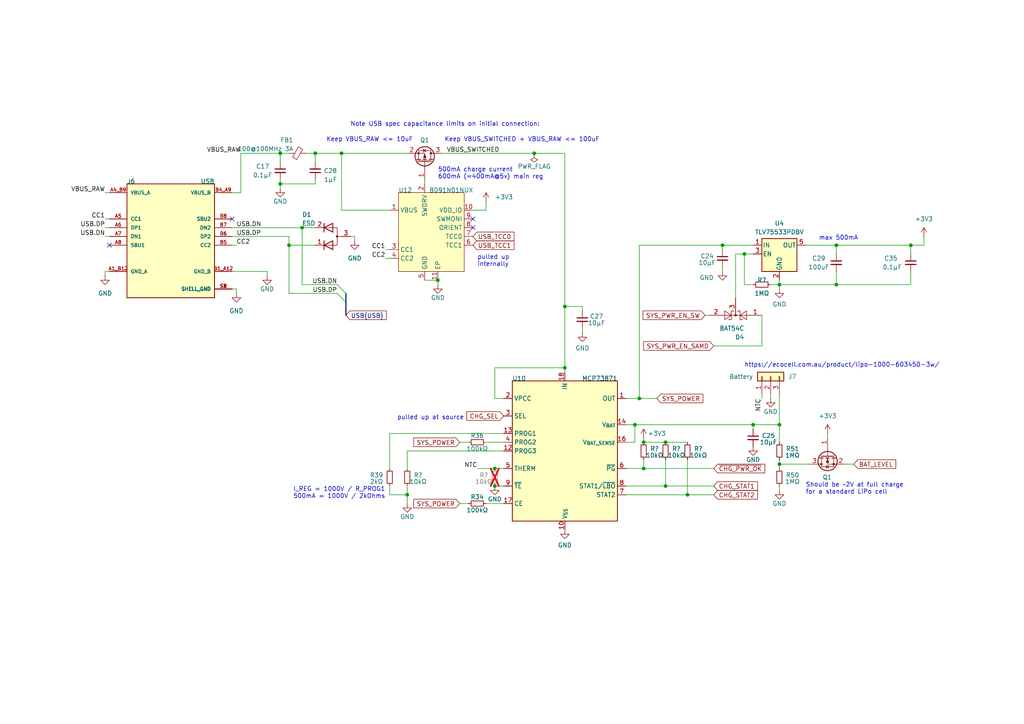
<source format=kicad_sch>
(kicad_sch (version 20230121) (generator eeschema)
  (paper "A4")
  (title_block (title "TANGARA") (date "2023-05-30") (rev "4") (company "made by jacqueline") (comment 1 "SPDX-License-Identifier: CERN-OHL-S-2.0"))
  (lib_symbols
    (symbol "Battery_Management:MCP73871"
      (property "Reference" "U" (at -7.62 24.13 0))
      (property "Value" "MCP73871" (at -15.24 21.59 0))
      (symbol "MCP73871_0_1"
        (rectangle (start -15.24 20.32) (end 15.24 -20.32) (stroke (width 0.254)) (fill (type background)))
      )
      (symbol "MCP73871_1_1"
        (pin power_out line (at 17.78 15.24 180) (length 2.54) (name "OUT") (number "1"))
        (pin power_in line (at 0 -22.86 90) (length 2.54) (name "V_{SS}") (number "10"))
        (pin passive line (at 0 -22.86 90) (length 2.54) hide (name "V_{SS}") (number "11"))
        (pin bidirectional line (at -17.78 0 0) (length 2.54) (name "PROG3") (number "12"))
        (pin bidirectional line (at -17.78 5.08 0) (length 2.54) (name "PROG1") (number "13"))
        (pin power_out line (at 17.78 7.62 180) (length 2.54) (name "V_{BAT}") (number "14"))
        (pin passive line (at 17.78 7.62 180) (length 2.54) hide (name "V_{BAT}") (number "15"))
        (pin input line (at 17.78 2.54 180) (length 2.54) (name "V_{BAT_SENSE}") (number "16"))
        (pin input line (at -17.78 -15.24 0) (length 2.54) (name "CE") (number "17"))
        (pin power_in line (at 0 22.86 270) (length 2.54) (name "IN") (number "18"))
        (pin passive line (at 0 22.86 270) (length 2.54) hide (name "IN") (number "19"))
        (pin input line (at -17.78 15.24 0) (length 2.54) (name "VPCC") (number "2"))
        (pin passive line (at 17.78 15.24 180) (length 2.54) hide (name "OUT") (number "20"))
        (pin passive line (at 0 -22.86 90) (length 2.54) hide (name "V_{SS}") (number "21"))
        (pin input line (at -17.78 10.16 0) (length 2.54) (name "SEL") (number "3"))
        (pin input line (at -17.78 2.54 0) (length 2.54) (name "PROG2") (number "4"))
        (pin bidirectional line (at -17.78 -5.08 0) (length 2.54) (name "THERM") (number "5"))
        (pin open_collector line (at 17.78 -5.08 180) (length 2.54) (name "~{PG}") (number "6"))
        (pin open_collector line (at 17.78 -12.7 180) (length 2.54) (name "STAT2") (number "7"))
        (pin open_collector line (at 17.78 -10.16 180) (length 2.54) (name "STAT1/~{LBO}") (number "8"))
        (pin input line (at -17.78 -10.16 0) (length 2.54) (name "~{TE}") (number "9"))
      )
    )
    (symbol "Connector_Generic:Conn_01x03" (pin_names (offset 1.016) hide)
      (property "Reference" "J" (at 0 5.08 0))
      (property "Value" "Conn_01x03" (at 0 -5.08 0))
      (symbol "Conn_01x03_1_1"
        (rectangle (start -1.27 -2.413) (end 0 -2.667) (stroke (width 0.1524)))
        (rectangle (start -1.27 0.127) (end 0 -0.127) (stroke (width 0.1524)))
        (rectangle (start -1.27 2.667) (end 0 2.413) (stroke (width 0.1524)))
        (rectangle (start -1.27 3.81) (end 1.27 -3.81) (stroke (width 0.254)) (fill (type background)))
        (pin passive line (at -5.08 2.54 0) (length 3.81) (name "Pin_1") (number "1"))
        (pin passive line (at -5.08 0 0) (length 3.81) (name "Pin_2") (number "2"))
        (pin passive line (at -5.08 -2.54 0) (length 3.81) (name "Pin_3") (number "3"))
      )
    )
    (symbol "Device:C_Small" (pin_numbers hide) (pin_names (offset 0.254) hide)
      (property "Reference" "C" (at 0.254 1.778 0))
      (property "Value" "C_Small" (at 0.254 -2.032 0))
      (symbol "C_Small_0_1"
        (polyline (pts (xy -1.524 -0.508) (xy 1.524 -0.508)) (stroke (width 0.3302)))
        (polyline (pts (xy -1.524 0.508) (xy 1.524 0.508)) (stroke (width 0.3048)))
      )
      (symbol "C_Small_1_1"
        (pin passive line (at 0 2.54 270) (length 2.032) (name "~") (number "1"))
        (pin passive line (at 0 -2.54 90) (length 2.032) (name "~") (number "2"))
      )
    )
    (symbol "Device:D_Dual_CommonAnode_KKA_Parallel" (pin_names (offset 0.762) hide)
      (property "Reference" "D" (at 0 5.08 0))
      (property "Value" "D_Dual_CommonAnode_KKA_Parallel" (at 0 -5.08 0))
      (symbol "D_Dual_CommonAnode_KKA_Parallel_0_0"
        (polyline (pts (xy 2.54 -3.81) (xy 2.54 -1.27)) (stroke (width 0.254)))
        (polyline (pts (xy 2.54 1.27) (xy 2.54 3.81)) (stroke (width 0.254)))
      )
      (symbol "D_Dual_CommonAnode_KKA_Parallel_0_1"
        (circle (center -1.27 0) (radius 0.254) (fill (type outline)))
        (polyline (pts (xy -1.27 0) (xy -2.54 0)))
        (polyline (pts (xy 2.54 2.54) (xy -1.27 2.54) (xy -1.27 -2.54) (xy 2.54 -2.54)))
        (polyline (pts (xy 0 -1.27) (xy 2.54 -2.54) (xy 0 -3.81) (xy 0 -1.27) (xy 0 -1.27) (xy 0 -1.27)) (stroke (width 0.254)))
        (polyline (pts (xy 0 3.81) (xy 2.54 2.54) (xy 0 1.27) (xy 0 3.81) (xy 0 3.81) (xy 0 3.81)) (stroke (width 0.254)))
        (pin passive line (at 5.08 2.54 180) (length 2.54) (name "K") (number "1"))
        (pin passive line (at 5.08 -2.54 180) (length 2.54) (name "K") (number "2"))
        (pin passive line (at -5.08 0 0) (length 2.54) (name "A") (number "3"))
      )
    )
    (symbol "Device:Ferrite_Bead_Small" (pin_numbers hide) (pin_names (offset 0))
      (property "Reference" "FB" (at 1.905 1.27 0))
      (property "Value" "Device_Ferrite_Bead_Small" (at 1.905 -1.27 0))
      (symbol "Ferrite_Bead_Small_0_1"
        (polyline (pts (xy 0 -1.27) (xy 0 -0.7874)))
        (polyline (pts (xy 0 0.889) (xy 0 1.2954)))
        (polyline (pts (xy -1.8288 0.2794) (xy -1.1176 1.4986) (xy 1.8288 -0.2032) (xy 1.1176 -1.4224) (xy -1.8288 0.2794)))
      )
      (symbol "Ferrite_Bead_Small_1_1"
        (pin passive line (at 0 2.54 270) (length 1.27) (name "~") (number "1"))
        (pin passive line (at 0 -2.54 90) (length 1.27) (name "~") (number "2"))
      )
    )
    (symbol "Device:Q_NMOS_GSD" (pin_names (offset 0) hide)
      (property "Reference" "Q" (at 5.08 1.27 0))
      (property "Value" "Q_NMOS_GSD" (at 5.08 -1.27 0))
      (symbol "Q_NMOS_GSD_0_1"
        (polyline (pts (xy 0.254 0) (xy -2.54 0)))
        (polyline (pts (xy 0.254 1.905) (xy 0.254 -1.905)) (stroke (width 0.254)))
        (polyline (pts (xy 0.762 -1.27) (xy 0.762 -2.286)) (stroke (width 0.254)))
        (polyline (pts (xy 0.762 0.508) (xy 0.762 -0.508)) (stroke (width 0.254)))
        (polyline (pts (xy 0.762 2.286) (xy 0.762 1.27)) (stroke (width 0.254)))
        (polyline (pts (xy 2.54 2.54) (xy 2.54 1.778)))
        (polyline (pts (xy 2.54 -2.54) (xy 2.54 0) (xy 0.762 0)))
        (polyline (pts (xy 0.762 -1.778) (xy 3.302 -1.778) (xy 3.302 1.778) (xy 0.762 1.778)))
        (polyline (pts (xy 1.016 0) (xy 2.032 0.381) (xy 2.032 -0.381) (xy 1.016 0)) (fill (type outline)))
        (polyline (pts (xy 2.794 0.508) (xy 2.921 0.381) (xy 3.683 0.381) (xy 3.81 0.254)))
        (polyline (pts (xy 3.302 0.381) (xy 2.921 -0.254) (xy 3.683 -0.254) (xy 3.302 0.381)))
        (circle (center 1.651 0) (radius 2.794) (stroke (width 0.254)))
        (circle (center 2.54 -1.778) (radius 0.254) (fill (type outline)))
        (circle (center 2.54 1.778) (radius 0.254) (fill (type outline)))
      )
      (symbol "Q_NMOS_GSD_1_1"
        (pin input line (at -5.08 0 0) (length 2.54) (name "G") (number "1"))
        (pin passive line (at 2.54 -5.08 90) (length 2.54) (name "S") (number "2"))
        (pin passive line (at 2.54 5.08 270) (length 2.54) (name "D") (number "3"))
      )
    )
    (symbol "Device:Q_PMOS_GSD" (pin_names (offset 0) hide)
      (property "Reference" "Q" (at 5.08 1.27 0))
      (property "Value" "Q_PMOS_GSD" (at 5.08 -1.27 0))
      (symbol "Q_PMOS_GSD_0_1"
        (polyline (pts (xy 0.254 0) (xy -2.54 0)))
        (polyline (pts (xy 0.254 1.905) (xy 0.254 -1.905)) (stroke (width 0.254)))
        (polyline (pts (xy 0.762 -1.27) (xy 0.762 -2.286)) (stroke (width 0.254)))
        (polyline (pts (xy 0.762 0.508) (xy 0.762 -0.508)) (stroke (width 0.254)))
        (polyline (pts (xy 0.762 2.286) (xy 0.762 1.27)) (stroke (width 0.254)))
        (polyline (pts (xy 2.54 2.54) (xy 2.54 1.778)))
        (polyline (pts (xy 2.54 -2.54) (xy 2.54 0) (xy 0.762 0)))
        (polyline (pts (xy 0.762 1.778) (xy 3.302 1.778) (xy 3.302 -1.778) (xy 0.762 -1.778)))
        (polyline (pts (xy 2.286 0) (xy 1.27 0.381) (xy 1.27 -0.381) (xy 2.286 0)) (fill (type outline)))
        (polyline (pts (xy 2.794 -0.508) (xy 2.921 -0.381) (xy 3.683 -0.381) (xy 3.81 -0.254)))
        (polyline (pts (xy 3.302 -0.381) (xy 2.921 0.254) (xy 3.683 0.254) (xy 3.302 -0.381)))
        (circle (center 1.651 0) (radius 2.794) (stroke (width 0.254)))
        (circle (center 2.54 -1.778) (radius 0.254) (fill (type outline)))
        (circle (center 2.54 1.778) (radius 0.254) (fill (type outline)))
      )
      (symbol "Q_PMOS_GSD_1_1"
        (pin input line (at -5.08 0 0) (length 2.54) (name "G") (number "1"))
        (pin passive line (at 2.54 -5.08 90) (length 2.54) (name "S") (number "2"))
        (pin passive line (at 2.54 5.08 270) (length 2.54) (name "D") (number "3"))
      )
    )
    (symbol "Device:R_Small" (pin_numbers hide) (pin_names (offset 0.254) hide)
      (property "Reference" "R" (at 0.762 0.508 0))
      (property "Value" "R_Small" (at 0.762 -1.016 0))
      (symbol "R_Small_0_1"
        (rectangle (start -0.762 1.778) (end 0.762 -1.778) (stroke (width 0.2032)))
      )
      (symbol "R_Small_1_1"
        (pin passive line (at 0 2.54 270) (length 0.762) (name "~") (number "1"))
        (pin passive line (at 0 -2.54 90) (length 0.762) (name "~") (number "2"))
      )
    )
    (symbol "Diode:BAT54C" (pin_names (offset 1.016))
      (property "Reference" "D" (at 0.635 -3.81 0))
      (property "Value" "BAT54C" (at -6.35 3.175 0))
      (symbol "BAT54C_0_1"
        (polyline (pts (xy -1.905 0) (xy 1.905 0)))
        (polyline (pts (xy -1.905 1.27) (xy -1.905 1.016)))
        (polyline (pts (xy -1.27 -1.27) (xy -0.635 -1.27)))
        (polyline (pts (xy -1.27 0) (xy -3.81 0)))
        (polyline (pts (xy -1.27 1.27) (xy -1.905 1.27)))
        (polyline (pts (xy -1.27 1.27) (xy -1.27 -1.27)))
        (polyline (pts (xy -0.635 -1.27) (xy -0.635 -1.016)))
        (polyline (pts (xy 0.635 -1.27) (xy 0.635 -1.016)))
        (polyline (pts (xy 1.27 -1.27) (xy 0.635 -1.27)))
        (polyline (pts (xy 1.27 1.27) (xy 1.27 -1.27)))
        (polyline (pts (xy 1.27 1.27) (xy 1.905 1.27)))
        (polyline (pts (xy 1.905 1.27) (xy 1.905 1.016)))
        (polyline (pts (xy 3.81 0) (xy 1.27 0)))
        (polyline (pts (xy -3.175 -1.27) (xy -3.175 1.27) (xy -1.27 0) (xy -3.175 -1.27)))
        (polyline (pts (xy 3.175 -1.27) (xy 3.175 1.27) (xy 1.27 0) (xy 3.175 -1.27)))
        (circle (center 0 0) (radius 0.254) (fill (type outline)))
      )
      (symbol "BAT54C_1_1"
        (pin passive line (at -7.62 0 0) (length 3.81) (name "~") (number "1"))
        (pin passive line (at 7.62 0 180) (length 3.81) (name "~") (number "2"))
        (pin passive line (at 0 -5.08 90) (length 5.08) (name "~") (number "3"))
      )
    )
    (symbol "Regulator_Linear:TLV75533PDBV" (pin_names (offset 0.254))
      (property "Reference" "U" (at -3.81 5.715 0))
      (property "Value" "TLV75533PDBV" (at 0 5.715 0))
      (symbol "TLV75533PDBV_0_1"
        (rectangle (start -5.08 4.445) (end 5.08 -5.08) (stroke (width 0.254)) (fill (type background)))
      )
      (symbol "TLV75533PDBV_1_1"
        (pin power_in line (at -7.62 2.54 0) (length 2.54) (name "IN") (number "1"))
        (pin power_in line (at 0 -7.62 90) (length 2.54) (name "GND") (number "2"))
        (pin input line (at -7.62 0 0) (length 2.54) (name "EN") (number "3"))
        (pin no_connect line (at 5.08 0 180) (length 2.54) hide (name "NC") (number "4"))
        (pin power_out line (at 7.62 2.54 180) (length 2.54) (name "OUT") (number "5"))
      )
    )
    (symbol "power:+3V3" (power) (pin_names (offset 0))
      (property "Value" "+3V3" (at 0 3.556 0))
      (symbol "+3V3_0_1"
        (polyline (pts (xy -0.762 1.27) (xy 0 2.54)))
        (polyline (pts (xy 0 0) (xy 0 2.54)))
        (polyline (pts (xy 0 2.54) (xy 0.762 1.27)))
      )
      (symbol "+3V3_1_1"
        (pin power_in line (at 0 0 90) (length 0) hide (name "+3V3") (number "1"))
      )
    )
    (symbol "power:GND" (power) (pin_names (offset 0))
      (property "Value" "GND" (at 0 -3.81 0))
      (symbol "GND_0_1"
        (polyline (pts (xy 0 0) (xy 0 -1.27) (xy 1.27 -1.27) (xy 0 -2.54) (xy -1.27 -1.27) (xy 0 -1.27)))
      )
      (symbol "GND_1_1"
        (pin power_in line (at 0 0 270) (length 0) hide (name "GND") (number "1"))
      )
    )
    (symbol "power:PWR_FLAG" (power) (pin_numbers hide) (pin_names (offset 0) hide)
      (property "Value" "PWR_FLAG" (at 0 3.81 0))
      (symbol "PWR_FLAG_0_0"
        (pin power_out line (at 0 0 90) (length 0) (name "pwr") (number "1"))
      )
      (symbol "PWR_FLAG_0_1"
        (polyline (pts (xy 0 0) (xy 0 1.27) (xy -1.016 1.905) (xy 0 2.54) (xy 1.016 1.905) (xy 0 1.27)))
      )
    )
    (symbol "symbols:BD91N01NUX"
      (property "Reference" "U" (at 0 13.97 0))
      (property "Value" "BD91N01NUX" (at 5.08 16.51 0))
      (symbol "BD91N01NUX_0_1"
        (rectangle (start -12.7 12.7) (end 6.35 -10.16) (fill (type background)))
      )
      (symbol "BD91N01NUX_1_1"
        (pin power_in line (at -15.24 7.62 0) (length 2.54) (name "VBUS") (number "1"))
        (pin power_in line (at 8.89 7.62 180) (length 2.54) (name "VDD_IO") (number "10"))
        (pin power_in line (at -1.27 -12.7 90) (length 2.54) (name "EP") (number "11"))
        (pin output line (at -5.08 15.24 270) (length 2.54) (name "SWDRV") (number "2"))
        (pin input line (at -15.24 -3.81 0) (length 2.54) (name "CC1") (number "3"))
        (pin input line (at -15.24 -6.35 0) (length 2.54) (name "CC2") (number "4"))
        (pin power_in line (at -5.08 -12.7 90) (length 2.54) (name "GND") (number "5"))
        (pin output line (at 8.89 -2.54 180) (length 2.54) (name "TCC1") (number "6"))
        (pin output line (at 8.89 0 180) (length 2.54) (name "TCC0") (number "7"))
        (pin output line (at 8.89 2.54 180) (length 2.54) (name "ORIENT") (number "8"))
        (pin output line (at 8.89 5.08 180) (length 2.54) (name "SWMONI") (number "9"))
      )
    )
    (symbol "symbols:USB4510-03-1-A_REVA" (pin_names (offset 1.016))
      (property "Reference" "J" (at -12.7 16.002 0))
      (property "Value" "USB4510-03-1-A_REVA" (at -12.7 -18.542 0))
      (symbol "USB4510-03-1-A_REVA_0_0"
        (rectangle (start -12.7 -17.78) (end 12.7 15.24) (stroke (width 0.254)) (fill (type background)))
        (pin power_in line (at -17.78 -10.16 0) (length 5.08) (name "GND_A") (number "A1_B12"))
        (pin power_in line (at -17.78 12.7 0) (length 5.08) (name "VBUS_A") (number "A4_B9"))
        (pin bidirectional line (at -17.78 5.08 0) (length 5.08) (name "CC1") (number "A5"))
        (pin bidirectional line (at -17.78 2.54 0) (length 5.08) (name "DP1") (number "A6"))
        (pin bidirectional line (at -17.78 0 0) (length 5.08) (name "DN1") (number "A7"))
        (pin bidirectional line (at -17.78 -2.54 0) (length 5.08) (name "SBU1") (number "A8"))
        (pin power_in line (at 17.78 -10.16 180) (length 5.08) (name "GND_B") (number "B1_A12"))
        (pin power_in line (at 17.78 12.7 180) (length 5.08) (name "VBUS_B") (number "B4_A9"))
        (pin bidirectional line (at 17.78 -2.54 180) (length 5.08) (name "CC2") (number "B5"))
        (pin bidirectional line (at 17.78 0 180) (length 5.08) (name "DP2") (number "B6"))
        (pin bidirectional line (at 17.78 2.54 180) (length 5.08) (name "DN2") (number "B7"))
        (pin bidirectional line (at 17.78 5.08 180) (length 5.08) (name "SBU2") (number "B8"))
        (pin power_in line (at 17.78 -15.24 180) (length 5.08) (name "SHELL_GND") (number "S1"))
        (pin power_in line (at 17.78 -15.24 180) (length 5.08) (name "SHELL_GND") (number "S2"))
        (pin power_in line (at 17.78 -15.24 180) (length 5.08) (name "SHELL_GND") (number "S3"))
        (pin power_in line (at 17.78 -15.24 180) (length 5.08) (name "SHELL_GND") (number "S4"))
      )
    )
  )
  (junction (at 209.55 71.12))
  (junction (at 226.06 134.62))
  (junction (at 154.94 44.45))
  (junction (at 87.63 66.04))
  (junction (at 143.51 135.89))
  (junction (at 264.16 71.12))
  (junction (at 184.15 123.19))
  (junction (at 242.57 71.12))
  (junction (at 83.82 71.12))
  (junction (at 218.44 123.19))
  (junction (at 143.51 140.97))
  (junction (at 81.28 44.45))
  (junction (at 186.69 135.89))
  (junction (at 193.04 140.97))
  (junction (at 199.39 143.51))
  (junction (at 99.06 44.45))
  (junction (at 91.44 44.45))
  (junction (at 163.83 106.68))
  (junction (at 226.06 123.19))
  (junction (at 81.28 53.34))
  (junction (at 127 81.28))
  (junction (at 193.04 128.27))
  (junction (at 226.06 82.55))
  (junction (at 186.69 128.27))
  (junction (at 185.42 115.57))
  (junction (at 118.11 143.51))
  (junction (at 163.83 88.9))
  (junction (at 242.57 82.55))
  (junction (at 215.9 73.66))
  (no_connect (at 31.75 71.12))
  (no_connect (at 137.16 63.5))
  (no_connect (at 137.16 66.04))
  (no_connect (at 67.31 63.5))
  (bus_entry (at 97.79 82.55) (size 2.54 2.54))
  (bus_entry (at 97.79 85.09) (size 2.54 2.54))
  (wire (pts (xy 69.85 44.45) (xy 69.85 55.88)))
  (wire (pts (xy 99.06 44.45) (xy 99.06 60.96)))
  (wire (pts (xy 242.57 73.66) (xy 242.57 71.12)))
  (wire (pts (xy 91.44 52.07) (xy 91.44 53.34)))
  (wire (pts (xy 133.35 146.05) (xy 135.89 146.05)))
  (wire (pts (xy 81.28 53.34) (xy 81.28 54.61)))
  (wire (pts (xy 226.06 82.55) (xy 242.57 82.55)))
  (wire (pts (xy 264.16 71.12) (xy 267.97 71.12)))
  (wire (pts (xy 181.61 140.97) (xy 193.04 140.97)))
  (wire (pts (xy 185.42 71.12) (xy 185.42 115.57)))
  (wire (pts (xy 143.51 106.68) (xy 163.83 106.68)))
  (wire (pts (xy 87.63 66.04) (xy 91.44 66.04)))
  (wire (pts (xy 264.16 78.74) (xy 264.16 82.55)))
  (wire (pts (xy 143.51 115.57) (xy 143.51 106.68)))
  (wire (pts (xy 186.69 133.35) (xy 186.69 135.89)))
  (wire (pts (xy 118.11 143.51) (xy 118.11 146.05)))
  (wire (pts (xy 111.76 72.39) (xy 113.03 72.39)))
  (wire (pts (xy 245.11 134.62) (xy 247.65 134.62)))
  (wire (pts (xy 99.06 44.45) (xy 118.11 44.45)))
  (wire (pts (xy 146.05 115.57) (xy 143.51 115.57)))
  (wire (pts (xy 218.44 82.55) (xy 215.9 82.55)))
  (wire (pts (xy 67.31 66.04) (xy 87.63 66.04)))
  (wire (pts (xy 209.55 71.12) (xy 218.44 71.12)))
  (wire (pts (xy 163.83 44.45) (xy 163.83 88.9)))
  (bus (pts (xy 100.33 87.63) (xy 100.33 91.44)))
  (wire (pts (xy 118.11 140.97) (xy 118.11 143.51)))
  (wire (pts (xy 81.28 52.07) (xy 81.28 53.34)))
  (wire (pts (xy 83.82 71.12) (xy 91.44 71.12)))
  (wire (pts (xy 220.98 115.57) (xy 220.98 114.3)))
  (wire (pts (xy 181.61 143.51) (xy 199.39 143.51)))
  (wire (pts (xy 223.52 114.3) (xy 223.52 115.57)))
  (wire (pts (xy 233.68 71.12) (xy 242.57 71.12)))
  (wire (pts (xy 123.19 52.07) (xy 123.19 53.34)))
  (wire (pts (xy 209.55 72.39) (xy 209.55 71.12)))
  (wire (pts (xy 220.98 100.33) (xy 220.98 91.44)))
  (wire (pts (xy 83.82 85.09) (xy 83.82 71.12)))
  (wire (pts (xy 137.16 60.96) (xy 140.97 60.96)))
  (wire (pts (xy 146.05 146.05) (xy 140.97 146.05)))
  (wire (pts (xy 68.58 85.09) (xy 68.58 83.82)))
  (wire (pts (xy 87.63 82.55) (xy 97.79 82.55)))
  (wire (pts (xy 143.51 140.97) (xy 146.05 140.97)))
  (wire (pts (xy 215.9 73.66) (xy 218.44 73.66)))
  (wire (pts (xy 30.48 78.74) (xy 30.48 80.01)))
  (wire (pts (xy 81.28 44.45) (xy 81.28 46.99)))
  (wire (pts (xy 226.06 140.97) (xy 226.06 142.24)))
  (wire (pts (xy 226.06 82.55) (xy 226.06 81.28)))
  (wire (pts (xy 226.06 123.19) (xy 226.06 128.27)))
  (wire (pts (xy 123.19 81.28) (xy 127 81.28)))
  (wire (pts (xy 91.44 46.99) (xy 91.44 44.45)))
  (wire (pts (xy 181.61 115.57) (xy 185.42 115.57)))
  (wire (pts (xy 128.27 44.45) (xy 154.94 44.45)))
  (wire (pts (xy 68.58 71.12) (xy 67.31 71.12)))
  (wire (pts (xy 264.16 71.12) (xy 264.16 73.66)))
  (wire (pts (xy 207.01 100.33) (xy 220.98 100.33)))
  (wire (pts (xy 146.05 130.81) (xy 118.11 130.81)))
  (wire (pts (xy 83.82 71.12) (xy 83.82 68.58)))
  (wire (pts (xy 81.28 44.45) (xy 83.82 44.45)))
  (wire (pts (xy 226.06 83.82) (xy 226.06 82.55)))
  (wire (pts (xy 69.85 44.45) (xy 81.28 44.45)))
  (wire (pts (xy 193.04 140.97) (xy 207.01 140.97)))
  (wire (pts (xy 163.83 88.9) (xy 163.83 106.68)))
  (wire (pts (xy 193.04 128.27) (xy 199.39 128.27)))
  (wire (pts (xy 218.44 123.19) (xy 226.06 123.19)))
  (wire (pts (xy 186.69 127) (xy 186.69 128.27)))
  (wire (pts (xy 168.91 90.17) (xy 168.91 88.9)))
  (wire (pts (xy 67.31 55.88) (xy 69.85 55.88)))
  (wire (pts (xy 184.15 128.27) (xy 184.15 123.19)))
  (wire (pts (xy 83.82 85.09) (xy 97.79 85.09)))
  (wire (pts (xy 181.61 135.89) (xy 186.69 135.89)))
  (wire (pts (xy 118.11 130.81) (xy 118.11 135.89)))
  (wire (pts (xy 242.57 78.74) (xy 242.57 82.55)))
  (wire (pts (xy 140.97 128.27) (xy 146.05 128.27)))
  (wire (pts (xy 87.63 66.04) (xy 87.63 82.55)))
  (wire (pts (xy 242.57 71.12) (xy 264.16 71.12)))
  (wire (pts (xy 140.97 60.96) (xy 140.97 58.42)))
  (wire (pts (xy 209.55 77.47) (xy 209.55 78.74)))
  (wire (pts (xy 223.52 82.55) (xy 226.06 82.55)))
  (wire (pts (xy 168.91 88.9) (xy 163.83 88.9)))
  (wire (pts (xy 163.83 106.68) (xy 163.83 107.95)))
  (wire (pts (xy 68.58 83.82) (xy 67.31 83.82)))
  (wire (pts (xy 226.06 134.62) (xy 226.06 133.35)))
  (wire (pts (xy 267.97 68.58) (xy 267.97 71.12)))
  (wire (pts (xy 181.61 128.27) (xy 184.15 128.27)))
  (wire (pts (xy 113.03 140.97) (xy 113.03 143.51)))
  (wire (pts (xy 184.15 123.19) (xy 218.44 123.19)))
  (wire (pts (xy 91.44 53.34) (xy 81.28 53.34)))
  (wire (pts (xy 226.06 134.62) (xy 234.95 134.62)))
  (wire (pts (xy 146.05 125.73) (xy 113.03 125.73)))
  (wire (pts (xy 102.87 68.58) (xy 102.87 69.85)))
  (wire (pts (xy 226.06 135.89) (xy 226.06 134.62)))
  (wire (pts (xy 67.31 68.58) (xy 83.82 68.58)))
  (wire (pts (xy 168.91 95.25) (xy 168.91 96.52)))
  (wire (pts (xy 30.48 63.5) (xy 31.75 63.5)))
  (wire (pts (xy 67.31 78.74) (xy 77.47 78.74)))
  (wire (pts (xy 213.36 73.66) (xy 213.36 86.36)))
  (wire (pts (xy 143.51 135.89) (xy 146.05 135.89)))
  (wire (pts (xy 185.42 71.12) (xy 209.55 71.12)))
  (wire (pts (xy 127 81.28) (xy 127 82.55)))
  (wire (pts (xy 193.04 133.35) (xy 193.04 140.97)))
  (wire (pts (xy 138.43 135.89) (xy 143.51 135.89)))
  (wire (pts (xy 185.42 115.57) (xy 190.5 115.57)))
  (wire (pts (xy 31.75 78.74) (xy 30.48 78.74)))
  (bus (pts (xy 100.33 85.09) (xy 100.33 87.63)))
  (wire (pts (xy 242.57 82.55) (xy 264.16 82.55)))
  (wire (pts (xy 199.39 143.51) (xy 207.01 143.51)))
  (wire (pts (xy 226.06 114.3) (xy 226.06 123.19)))
  (wire (pts (xy 186.69 135.89) (xy 207.01 135.89)))
  (wire (pts (xy 133.35 128.27) (xy 135.89 128.27)))
  (wire (pts (xy 113.03 143.51) (xy 118.11 143.51)))
  (wire (pts (xy 218.44 123.19) (xy 218.44 124.46)))
  (wire (pts (xy 30.48 68.58) (xy 31.75 68.58)))
  (wire (pts (xy 101.6 68.58) (xy 102.87 68.58)))
  (wire (pts (xy 204.47 91.44) (xy 205.74 91.44)))
  (wire (pts (xy 30.48 66.04) (xy 31.75 66.04)))
  (wire (pts (xy 186.69 128.27) (xy 193.04 128.27)))
  (wire (pts (xy 199.39 133.35) (xy 199.39 143.51)))
  (wire (pts (xy 91.44 44.45) (xy 99.06 44.45)))
  (wire (pts (xy 240.03 125.73) (xy 240.03 127)))
  (wire (pts (xy 30.48 55.88) (xy 31.75 55.88)))
  (wire (pts (xy 113.03 125.73) (xy 113.03 135.89)))
  (wire (pts (xy 111.76 74.93) (xy 113.03 74.93)))
  (wire (pts (xy 213.36 73.66) (xy 215.9 73.66)))
  (wire (pts (xy 77.47 78.74) (xy 77.47 80.01)))
  (wire (pts (xy 88.9 44.45) (xy 91.44 44.45)))
  (wire (pts (xy 113.03 60.96) (xy 99.06 60.96)))
  (wire (pts (xy 154.94 44.45) (xy 163.83 44.45)))
  (wire (pts (xy 215.9 82.55) (xy 215.9 73.66)))
  (wire (pts (xy 181.61 123.19) (xy 184.15 123.19)))
  (text "https://ecocell.com.au/product/lipo-1000-603450-3w/" (at 215.9 106.68 0) (effects (font (size 1.27 1.27)) (justify left bottom)))
  (text "max 500mA" (at 237.49 69.85 0) (effects (font (size 1.27 1.27)) (justify left bottom)))
  (text "500mA charge current\n600mA (=400mA@5v) main reg" (at 127 52.07 0) (effects (font (size 1.27 1.27)) (justify left bottom)))
  (text "pulled up\ninternally" (at 138.43 77.47 0) (effects (font (size 1.27 1.27)) (justify left bottom)))
  (text "Should be ~2V at full charge\nfor a standard LiPo cell" (at 233.68 143.51 0) (effects (font (size 1.27 1.27)) (justify left bottom)))
  (text "pulled up at source" (at 134.62 121.92 0) (effects (font (size 1.27 1.27)) (justify right bottom)))
  (text "I_REG = 1000V / R_PROG1\n500mA = 1000V / 2kOhms" (at 111.76 144.78 0) (effects (font (size 1.27 1.27)) (justify right bottom)))
  (text "Keep VBUS_RAW <= 10uF" (at 94.615 41.275 0) (effects (font (size 1.27 1.27)) (justify left bottom)))
  (text "Keep VBUS_SWITCHED + VBUS_RAW <= 100uF" (at 128.905 41.275 0) (effects (font (size 1.27 1.27)) (justify left bottom)))
  (text "Note USB spec capacitance limits on initial connection:" (at 101.6 36.83 0) (effects (font (size 1.27 1.27)) (justify left bottom)))
  (label "CC2" (at 111.76 74.93 180))
  (label "USB.DP" (at 30.48 66.04 180))
  (label "NTC" (at 138.43 135.89 180))
  (label "VBUS_RAW" (at 69.85 44.45 180))
  (label "USB.DP" (at 97.79 85.09 180))
  (label "CC1" (at 30.48 63.5 180))
  (label "USB.DN" (at 30.48 68.58 180))
  (label "VBUS_SWITCHED" (at 129.54 44.45 0))
  (label "VBUS_RAW" (at 30.48 55.88 180))
  (label "CC2" (at 68.58 71.12 0))
  (label "CC1" (at 111.76 72.39 180))
  (label "NTC" (at 220.98 115.57 270))
  (label "USB.DN" (at 97.79 82.55 180))
  (label "USB.DN" (at 68.58 66.04 0))
  (label "USB.DP" (at 68.58 68.58 0))
  (global_label "~{CHG_PWR_OK}" (shape input) (at 207.01 135.89 0) (property "Intersheetrefs" "${INTERSHEET_REFS}" (effects hide)))
  (global_label "SYS_PWR_EN_SAMD" (shape input) (at 207.01 100.33 180) (property "Intersheetrefs" "${INTERSHEET_REFS}" (effects hide)))
  (global_label "SYS_POWER" (shape input) (at 133.35 146.05 180) (property "Intersheetrefs" "${INTERSHEET_REFS}" (effects hide)))
  (global_label "CHG_STAT2" (shape input) (at 207.01 143.51 0) (property "Intersheetrefs" "${INTERSHEET_REFS}" (effects hide)))
  (global_label "USB_TCC0" (shape input) (at 137.16 68.58 0) (property "Intersheetrefs" "${INTERSHEET_REFS}" (effects hide)))
  (global_label "SYS_POWER" (shape input) (at 133.35 128.27 180) (property "Intersheetrefs" "${INTERSHEET_REFS}" (effects hide)))
  (global_label "USB_TCC1" (shape input) (at 137.16 71.12 0) (property "Intersheetrefs" "${INTERSHEET_REFS}" (effects hide)))
  (global_label "SYS_PWR_EN_SW" (shape input) (at 204.47 91.44 180) (property "Intersheetrefs" "${INTERSHEET_REFS}" (effects hide)))
  (global_label "CHG_SEL" (shape input) (at 146.05 120.65 180) (property "Intersheetrefs" "${INTERSHEET_REFS}" (effects hide)))
  (global_label "CHG_STAT1" (shape input) (at 207.01 140.97 0) (property "Intersheetrefs" "${INTERSHEET_REFS}" (effects hide)))
  (global_label "BAT_LEVEL" (shape input) (at 247.65 134.62 0) (property "Intersheetrefs" "${INTERSHEET_REFS}" (effects hide)))
  (global_label "SYS_POWER" (shape input) (at 190.5 115.57 0) (property "Intersheetrefs" "${INTERSHEET_REFS}" (effects hide)))
  (global_label "USB{USB}" (shape input) (at 100.33 91.44 0) (property "Intersheetrefs" "${INTERSHEET_REFS}" (effects hide)))
  (symbol (lib_id "Device:R_Small") (at 226.06 138.43 0) (unit 1)
    (property "Reference" "R50" (at 229.87 137.795 0))
    (property "Value" "1MΩ" (at 229.87 139.7 0))
    (property "Footprint" "Resistor_SMD:R_0603_1608Metric" (effects hide))
    (property "MPN" "AC0603FR-131ML" (effects hide))
  )
  (symbol (lib_id "symbols:BD91N01NUX") (at 128.27 68.58 0) (unit 1)
    (property "Reference" "U12" (at 115.57 55.88 0) (effects (justify left bottom)))
    (property "Value" "BD91N01NUX" (at 124.46 55.88 0) (effects (justify left bottom)))
    (property "Footprint" "footprints:BD91N01NUX-E2" (effects hide))
    (property "MPN" "BD91N01NUX" (effects hide))
  )
  (symbol (lib_id "power:GND") (at 68.58 85.09 0) (unit 1)
    (property "Reference" "#PWR050" (effects hide))
    (property "Value" "GND" (at 68.58 90.17 0))
  )
  (symbol (lib_id "power:GND") (at 81.28 54.61 0) (unit 1)
    (property "Reference" "#PWR0202" (effects hide))
    (property "Value" "GND" (at 81.28 58.42 0))
  )
  (symbol (lib_id "power:+3V3") (at 186.69 127 0) (unit 1)
    (property "Reference" "#PWR0124" (effects hide))
    (property "Value" "+3V3" (at 190.5 125.73 0))
    (instances (project "gay-ipod" (path "" (reference "#PWR0124") (unit 1)) (path "" (reference "#PWR04") (unit 1))))
  )
  (symbol (lib_id "power:+3V3") (at 267.97 68.58 0) (unit 1)
    (property "Reference" "#PWR0217" (effects hide))
    (property "Value" "+3V3" (at 267.97 63.5 0))
  )
  (symbol (lib_id "Device:R_Small") (at 118.11 138.43 0) (unit 1)
    (property "Reference" "R?" (at 121.285 137.795 0))
    (property "Value" "10kΩ" (at 121.285 139.7 0))
    (property "Footprint" "Resistor_SMD:R_0603_1608Metric" (effects hide))
    (property "MPN" "AC0603JR-0710KL" (effects hide))
    (instances (project "gay-ipod" (path "" (reference "R?") (unit 1)) (path "" (reference "R23") (unit 1)) (path "" (reference "R35") (unit 1))))
  )
  (symbol (lib_id "Device:C_Small") (at 209.55 74.93 0) (unit 1)
    (property "Reference" "C24" (at 205.105 74.295 0))
    (property "Value" "10μF" (at 205.105 76.2 0))
    (property "Footprint" "Capacitor_SMD:C_0805_2012Metric" (effects hide))
    (property "MPN" "GRM21BR61C106KE15K" (effects hide))
  )
  (symbol (lib_id "Device:R_Small") (at 138.43 146.05 90) (unit 1)
    (property "Reference" "R34" (at 138.43 144.145 90))
    (property "Value" "100kΩ" (at 138.43 147.955 90))
    (property "Footprint" "Resistor_SMD:R_0603_1608Metric" (effects hide))
    (property "MPN" "RC0603JR-10100KL" (effects hide))
  )
  (symbol (lib_id "Device:Ferrite_Bead_Small") (at 86.36 44.45 90) (unit 1)
    (property "Reference" "FB1" (at 85.09 40.64 90) (effects (justify left)))
    (property "Value" "100@100MHz 3A" (at 85.09 43.18 90) (effects (justify left)))
    (property "Footprint" "Inductor_SMD:L_0603_1608Metric" (effects hide))
    (property "MPN" "BLM18KG101TN1D" (effects hide))
    (instances (project "gay-ipod" (path "" (reference "FB1") (unit 1))) (project "reform2-motherboard" (path "" (reference "FB17") (unit 1))))
  )
  (symbol (lib_id "power:GND") (at 223.52 115.57 0) (unit 1)
    (property "Reference" "#PWR0213" (effects hide))
    (property "Value" "GND" (at 223.52 119.38 0))
  )
  (symbol (lib_id "Device:C_Small") (at 218.44 127 0) (mirror y) (unit 1)
    (property "Reference" "C25" (at 222.885 126.365 0))
    (property "Value" "10μF" (at 222.885 128.27 0))
    (property "Footprint" "Capacitor_SMD:C_0805_2012Metric" (effects hide))
    (property "MPN" "GRM21BR61C106KE15K" (effects hide))
  )
  (symbol (lib_id "Device:D_Dual_CommonAnode_KKA_Parallel") (at 96.52 68.58 180) (unit 1)
    (property "Reference" "D1" (at 87.63 62.23 0) (effects (justify right)))
    (property "Value" "ESD" (at 87.63 64.77 0) (effects (justify right)))
    (property "Footprint" "Package_TO_SOT_SMD:SOT-23" (effects hide))
    (property "MPN" "PESD2USB3UV-TR" (effects hide))
  )
  (symbol (lib_id "Battery_Management:MCP73871") (at 163.83 130.81 0) (unit 1)
    (property "Reference" "U10" (at 148.59 110.49 0) (effects (justify left bottom)))
    (property "Value" "MCP73871" (at 179.07 110.49 0) (effects (justify right bottom)))
    (property "Footprint" "Package_DFN_QFN:QFN-20-1EP_4x4mm_P0.5mm_EP2.5x2.5mm_ThermalVias" (effects hide))
    (property "Datasheet" "http://www.mouser.com/ds/2/268/22090a-52174.pdf" (effects hide))
    (property "MPN" "MCP73871-2CCI/ML" (effects hide))
  )
  (symbol (lib_id "power:PWR_FLAG") (at 154.94 44.45 180) (unit 1)
    (property "Reference" "#FLG0202" (effects hide))
    (property "Value" "PWR_FLAG" (at 154.94 48.26 0))
  )
  (symbol (lib_id "power:GND") (at 102.87 69.85 0) (unit 1)
    (property "Reference" "#PWR0203" (effects hide))
    (property "Value" "GND" (at 102.87 74.93 0))
  )
  (symbol (lib_id "power:GND") (at 77.47 80.01 0) (unit 1)
    (property "Reference" "#PWR0201" (effects hide))
    (property "Value" "GND" (at 77.47 83.82 0))
  )
  (symbol (lib_id "power:GND") (at 143.51 140.97 0) (unit 1)
    (property "Reference" "#PWR0208" (effects hide))
    (property "Value" "GND" (at 143.51 144.78 0))
  )
  (symbol (lib_id "Device:R_Small") (at 226.06 130.81 0) (unit 1)
    (property "Reference" "R51" (at 229.87 130.175 0))
    (property "Value" "1MΩ" (at 229.87 132.08 0))
    (property "Footprint" "Resistor_SMD:R_0603_1608Metric" (effects hide))
    (property "MPN" "AC0603FR-131ML" (effects hide))
  )
  (symbol (lib_id "Device:R_Small") (at 220.98 82.55 90) (unit 1)
    (property "Reference" "R7" (at 220.98 81.28 90))
    (property "Value" "1MΩ" (at 220.98 85.09 90))
    (property "Footprint" "Resistor_SMD:R_0603_1608Metric" (effects hide))
    (property "MPN" "AC0603FR-131ML" (effects hide))
  )
  (symbol (lib_id "Device:R_Small") (at 113.03 138.43 0) (mirror y) (unit 1)
    (property "Reference" "R39" (at 109.22 137.795 0))
    (property "Value" "2kΩ" (at 109.22 139.7 0))
    (property "Footprint" "Resistor_SMD:R_0603_1608Metric" (effects hide))
    (property "MPN" "ERJ-3RBD2001V " (effects hide))
  )
  (symbol (lib_id "Device:C_Small") (at 168.91 92.71 0) (mirror y) (unit 1)
    (property "Reference" "C27" (at 173.0375 91.7575 0))
    (property "Value" "10μF" (at 173.0375 93.6625 0))
    (property "Footprint" "Capacitor_SMD:C_0805_2012Metric" (effects hide))
    (property "MPN" "GRM21BR61C106KE15K" (effects hide))
  )
  (symbol (lib_id "Device:R_Small") (at 138.43 128.27 90) (unit 1)
    (property "Reference" "R36" (at 138.43 126.365 90))
    (property "Value" "100kΩ" (at 138.43 130.175 90))
    (property "Footprint" "Resistor_SMD:R_0603_1608Metric" (effects hide))
    (property "MPN" "RC0603JR-10100KL" (effects hide))
  )
  (symbol (lib_id "Regulator_Linear:TLV75533PDBV") (at 226.06 73.66 0) (unit 1)
    (property "Reference" "U4" (at 226.06 64.77 0))
    (property "Value" "TLV75533PDBV" (at 226.06 67.31 0))
    (property "Footprint" "Package_TO_SOT_SMD:SOT-23-5" (effects hide))
    (property "Datasheet" "http://www.ti.com/lit/ds/symlink/tlv755p.pdf" (effects hide))
  )
  (symbol (lib_id "Device:C_Small") (at 264.16 76.2 0) (mirror y) (unit 1)
    (property "Reference" "C35" (at 260.35 74.93 0) (effects (justify left)))
    (property "Value" "0.1μF" (at 261.62 77.4762 0) (effects (justify left)))
    (property "Footprint" "Capacitor_SMD:C_0603_1608Metric" (effects hide))
    (property "MPN" "GCM188R71C104KA37J" (effects hide))
    (instances (project "gay-ipod" (path "" (reference "C35") (unit 1)) (path "" (reference "C22") (unit 1))))
  )
  (symbol (lib_id "power:+3V3") (at 140.97 58.42 0) (unit 1)
    (property "Reference" "#PWR0205" (effects hide))
    (property "Value" "+3V3" (at 143.51 57.1499 0) (effects (justify left)))
  )
  (symbol (lib_id "power:GND") (at 127 82.55 0) (unit 1)
    (property "Reference" "#PWR0204" (effects hide))
    (property "Value" "GND" (at 127 86.36 0))
  )
  (symbol (lib_id "power:GND") (at 30.48 80.01 0) (unit 1)
    (property "Reference" "#PWR011" (effects hide))
    (property "Value" "GND" (at 30.48 85.09 0))
  )
  (symbol (lib_id "power:GND") (at 209.55 78.74 0) (unit 1)
    (property "Reference" "#PWR029" (effects hide))
    (property "Value" "GND" (at 207.01 81.28 0) (effects (justify right bottom)))
  )
  (symbol (lib_id "Device:Q_PMOS_GSD") (at 123.19 46.99 270) (mirror x) (unit 1)
    (property "Reference" "Q1" (at 123.19 40.64 90))
    (property "Value" "PMV48XPA2R" (effects hide))
    (property "Footprint" "Package_TO_SOT_SMD:TSOT-23" (effects hide))
    (property "MPN" "PMV48XPA2R" (effects hide))
  )
  (symbol (lib_id "Device:R_Small") (at 193.04 130.81 0) (unit 1)
    (property "Reference" "R?" (at 196.215 130.175 0))
    (property "Value" "10kΩ" (at 196.215 132.08 0))
    (property "Footprint" "Resistor_SMD:R_0603_1608Metric" (effects hide))
    (property "MPN" "AC0603JR-0710KL" (effects hide))
    (instances (project "gay-ipod" (path "" (reference "R?") (unit 1)) (path "" (reference "R23") (unit 1)) (path "" (reference "R37") (unit 1))))
  )
  (symbol (lib_id "Device:R_Small") (at 143.51 138.43 0) (mirror y) (unit 1) (dnp yes)
    (property "Reference" "R?" (at 140.335 137.795 0))
    (property "Value" "10kΩ" (at 140.335 139.7 0))
    (property "Footprint" "Resistor_SMD:R_0603_1608Metric" (effects hide))
    (property "MPN" "AC0603JR-0710KL" (effects hide))
    (instances (project "gay-ipod" (path "" (reference "R?") (unit 1)) (path "" (reference "R23") (unit 1)) (path "" (reference "R1") (unit 1))))
  )
  (symbol (lib_id "power:GND") (at 118.11 146.05 0) (unit 1)
    (property "Reference" "#PWR0206" (effects hide))
    (property "Value" "GND" (at 118.11 149.86 0))
  )
  (symbol (lib_id "power:GND") (at 218.44 129.54 0) (mirror y) (unit 1)
    (property "Reference" "#PWR0211" (effects hide))
    (property "Value" "GND" (at 218.44 133.35 0))
  )
  (symbol (lib_id "Device:C_Small") (at 81.28 49.53 0) (unit 1)
    (property "Reference" "C17" (at 76.2 48.26 0))
    (property "Value" "0.1μF" (at 76.2 50.8 0))
    (property "Footprint" "Capacitor_SMD:C_0603_1608Metric" (effects hide))
    (property "MPN" "GCM188R71C104KA37J" (effects hide))
    (instances (project "gay-ipod" (path "" (reference "C17") (unit 1)) (path "" (reference "C37") (unit 1))) (project "audio" (path "" (reference "C14") (unit 1))))
  )
  (symbol (lib_id "power:GND") (at 226.06 83.82 0) (unit 1)
    (property "Reference" "#PWR01" (effects hide))
    (property "Value" "GND" (at 226.06 88.265 0))
  )
  (symbol (lib_id "Device:C_Small") (at 91.44 49.53 180) (unit 1)
    (property "Reference" "C28" (at 97.79 49.53 0) (effects (justify left)))
    (property "Value" "1μF" (at 97.79 52.07 0) (effects (justify left)))
    (property "Footprint" "Capacitor_SMD:C_0805_2012Metric" (effects hide))
    (property "MPN" "GRM216R61C105KA88D" (effects hide))
  )
  (symbol (lib_id "power:+3V3") (at 240.03 125.73 0) (unit 1)
    (property "Reference" "#PWR026" (effects hide))
    (property "Value" "+3V3" (at 240.03 120.65 0))
  )
  (symbol (lib_id "Device:Q_NMOS_GSD") (at 240.03 132.08 90) (mirror x) (unit 1)
    (property "Reference" "Q1" (at 241.3 138.43 90) (effects (justify left)))
    (property "Value" "PJC138K" (effects hide))
    (property "Footprint" "Package_TO_SOT_SMD:SOT-323_SC-70" (effects hide))
    (property "MPN" "PJC138K_R1_00001" (effects hide))
    (instances (project "gay-ipod-faceplate" (path "" (reference "Q1") (unit 1))) (project "gay-ipod" (path "" (reference "Q3") (unit 1)) (path "" (reference "Q2") (unit 1))))
  )
  (symbol (lib_id "Diode:BAT54C") (at 213.36 91.44 180) (unit 1)
    (property "Reference" "D4" (at 215.9 97.79 0) (effects (justify left)))
    (property "Value" "BAT54C" (at 215.9 95.25 0) (effects (justify left)))
    (property "Footprint" "Package_TO_SOT_SMD:SOT-23" (effects hide))
    (property "Datasheet" "http://www.diodes.com/_files/datasheets/ds11005.pdf" (effects hide))
  )
  (symbol (lib_id "Device:C_Small") (at 242.57 76.2 0) (unit 1)
    (property "Reference" "C29" (at 237.49 74.93 0))
    (property "Value" "100uF" (at 237.49 77.47 0))
    (property "Footprint" "Capacitor_SMD:C_1210_3225Metric" (effects hide))
    (property "MPN" "C1210C107M4PACTU" (effects hide))
  )
  (symbol (lib_id "power:GND") (at 226.06 142.24 0) (unit 1)
    (property "Reference" "#PWR0214" (effects hide))
    (property "Value" "GND" (at 226.06 146.05 0))
  )
  (symbol (lib_id "symbols:USB4510-03-1-A_REVA") (at 49.53 68.58 0) (unit 1)
    (property "Reference" "J6" (at 36.83 53.34 0) (effects (justify left bottom)))
    (property "Value" "USB" (at 62.23 53.34 0) (effects (justify right bottom)))
    (property "Footprint" "footprints:GCT_USB4510-03-1-A_REVA" (effects hide))
    (property "Datasheet" "https://www.usb.org/sites/default/files/documents/usb_type-c.zip" (effects hide))
    (property "MPN" "USB4510-03-1-A" (effects hide))
    (property "PARTREV" "A" (effects hide))
    (property "STANDARD" "Manufacturer Recommendations" (effects hide))
    (property "MAXIMUM_PACKAGE_HEIGHT" "2.46mm" (effects hide))
    (property "MANUFACTURER" "GCT" (effects hide))
  )
  (symbol (lib_id "power:GND") (at 163.83 153.67 0) (unit 1)
    (property "Reference" "#PWR0210" (effects hide))
    (property "Value" "GND" (at 163.83 158.115 0))
  )
  (symbol (lib_id "power:GND") (at 168.91 96.52 0) (mirror y) (unit 1)
    (property "Reference" "#PWR0209" (effects hide))
    (property "Value" "GND" (at 168.91 100.965 0))
  )
  (symbol (lib_id "Device:R_Small") (at 199.39 130.81 0) (unit 1)
    (property "Reference" "R?" (at 202.565 130.175 0))
    (property "Value" "10kΩ" (at 202.565 132.08 0))
    (property "Footprint" "Resistor_SMD:R_0603_1608Metric" (effects hide))
    (property "MPN" "AC0603JR-0710KL" (effects hide))
    (instances (project "gay-ipod" (path "" (reference "R?") (unit 1)) (path "" (reference "R23") (unit 1)) (path "" (reference "R38") (unit 1))))
  )
  (symbol (lib_id "Device:R_Small") (at 186.69 130.81 0) (unit 1)
    (property "Reference" "R?" (at 189.865 130.175 0))
    (property "Value" "10kΩ" (at 189.865 132.08 0))
    (property "Footprint" "Resistor_SMD:R_0603_1608Metric" (effects hide))
    (property "MPN" "AC0603JR-0710KL" (effects hide))
    (instances (project "gay-ipod" (path "" (reference "R?") (unit 1)) (path "" (reference "R23") (unit 1)) (path "" (reference "R41") (unit 1))))
  )
  (symbol (lib_id "Connector_Generic:Conn_01x03") (at 223.52 109.22 90) (unit 1)
    (property "Reference" "J7" (at 228.6 109.22 90) (effects (justify right)))
    (property "Value" "Battery" (at 218.44 109.22 90) (effects (justify left)))
    (property "Footprint" "Connector_JST:JST_PH_S3B-PH-K_1x03_P2.00mm_Horizontal" (effects hide))
    (property "MPN" "S3B-PH-K-S(LF)(SN)" (effects hide))
  )
)
</source>
